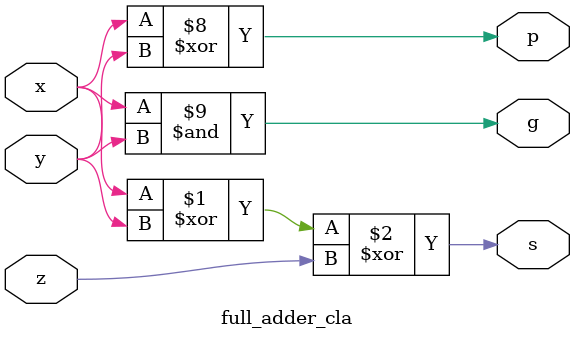
<source format=sv>
module lookahead_adder (
	input  [15:0] A, B,
	input         cin,
	output [15:0] S,
	output        cout
);
    /* TODO
     *
     * Insert code here to implement a CLA adder.
     * Your code should be completly combinational (don't use always_ff or always_latch).
     * Feel free to create sub-modules or other files. */
	  logic PG0, GG0, PG4, GG4, PG8, GG8, PG12, GG12, C4, C8, C12;
	  four_bit_cla fbcla1(.x(A[3:0]), .y(B[3:0]), .cin(cin), .s(S[3:0]), .Pg(PG0), .Gg(GG0));
	  assign C4 = GG0 | (cin & PG0);
	  four_bit_cla fbcla2(.x(A[7:4]), .y(B[7:4]), .cin(C4), .s(S[7:4]), .Pg(PG4), .Gg(GG4));
	  assign C8 = GG4 | (GG0 & PG4) | (cin & PG0 & PG4);
	  four_bit_cla fbcla3(.x(A[11:8]), .y(B[11:8]), .cin(C8), .s(S[11:8]), .Pg(PG8), .Gg(GG8));
	  assign C12 = GG8 | (GG4 & PG8) | (GG0 & PG8 & PG4) | (cin & PG8 & PG4 & PG0);
	  four_bit_cla fbcla4(.x(A[15:12]), .y(B[15:12]), .cin(C12), .s(S[15:12]), .Pg(PG12), .Gg(GG12));
	  
	  

endmodule


module four_bit_cla(
						input [3:0] x,
						input [3:0] y,
						input cin,
						output logic [3:0] s,
						output logic Pg,
						output logic Gg
						);
						
		logic S0, S1, S2, S3; 
		logic P0, P1, P2, P3; 
		logic G0, G1, G2, G3;
		logic c1, c2, c3;
		
		full_adder_cla fa_cla0(.x(x[0]), .y(y[0]), .z(cin), .s(s[0]), .g(G0), .p(P0));
		assign c1 = (cin&P0)|G0;
		full_adder_cla fa_cla1(.x(x[1]), .y(y[1]), .z(c1), .s(s[1]), .g(G1), .p(P1));
		assign c2 = (cin&P1&P0)|(G0&P1)|G1;
		full_adder_cla fa_cla2(.x(x[2]), .y(y[2]), .z(c2), .s(s[2]), .g(G2), .p(P2));
		assign c3 = (cin&P0&P1&P2)|(G0&P1&P2)|(G1&P2)|G2;
		full_adder_cla fa_cla3(.x(x[3]), .y(y[3]), .z(c3), .s(s[3]), .g(G3), .p(P3));
		assign Pg = P0&P1&P2&P3;
		assign Gg = G3|(G2&P3)|(G1&P3&P2)|(G0&P3&P2&P1);
		
	endmodule


module full_adder_cla (input x, y, z,
 output s, g, p);
 
	assign s = x^y^z;
	assign c = (x&y)|(y&z)|(x&z);
	assign p = x^y;
	assign g = x&y;

	endmodule
	
</source>
